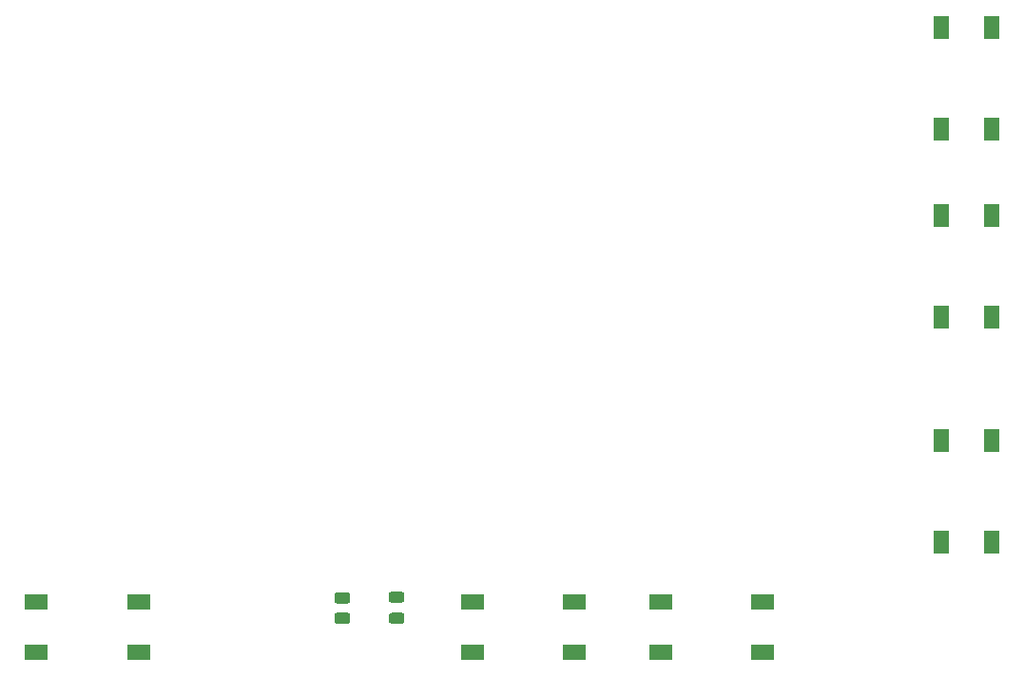
<source format=gtp>
G04 #@! TF.GenerationSoftware,KiCad,Pcbnew,6.0.2+dfsg-1*
G04 #@! TF.CreationDate,2023-06-22T08:15:56-06:00*
G04 #@! TF.ProjectId,ckt-soundplay-test,636b742d-736f-4756-9e64-706c61792d74,rev?*
G04 #@! TF.SameCoordinates,Original*
G04 #@! TF.FileFunction,Paste,Top*
G04 #@! TF.FilePolarity,Positive*
%FSLAX46Y46*%
G04 Gerber Fmt 4.6, Leading zero omitted, Abs format (unit mm)*
G04 Created by KiCad (PCBNEW 6.0.2+dfsg-1) date 2023-06-22 08:15:56*
%MOMM*%
%LPD*%
G01*
G04 APERTURE LIST*
%ADD10R,1.400000X2.100000*%
%ADD11R,2.100000X1.400000*%
G04 APERTURE END LIST*
D10*
X183769000Y-102467000D03*
X183769000Y-93367000D03*
X188269000Y-102467000D03*
X188269000Y-93367000D03*
D11*
X142008000Y-107732000D03*
X151108000Y-107732000D03*
X142008000Y-112232000D03*
X151108000Y-112232000D03*
X158772000Y-107732000D03*
X167872000Y-107732000D03*
X158772000Y-112232000D03*
X167872000Y-112232000D03*
G36*
G01*
X134799500Y-106859000D02*
X135712000Y-106859000D01*
G75*
G02*
X135955750Y-107102750I0J-243750D01*
G01*
X135955750Y-107590250D01*
G75*
G02*
X135712000Y-107834000I-243750J0D01*
G01*
X134799500Y-107834000D01*
G75*
G02*
X134555750Y-107590250I0J243750D01*
G01*
X134555750Y-107102750D01*
G75*
G02*
X134799500Y-106859000I243750J0D01*
G01*
G37*
G36*
G01*
X134799500Y-108734000D02*
X135712000Y-108734000D01*
G75*
G02*
X135955750Y-108977750I0J-243750D01*
G01*
X135955750Y-109465250D01*
G75*
G02*
X135712000Y-109709000I-243750J0D01*
G01*
X134799500Y-109709000D01*
G75*
G02*
X134555750Y-109465250I0J243750D01*
G01*
X134555750Y-108977750D01*
G75*
G02*
X134799500Y-108734000I243750J0D01*
G01*
G37*
D10*
X183769000Y-82401000D03*
X183769000Y-73301000D03*
X188269000Y-82401000D03*
X188269000Y-73301000D03*
G36*
G01*
X130879750Y-109732500D02*
X129979750Y-109732500D01*
G75*
G02*
X129729750Y-109482500I0J250000D01*
G01*
X129729750Y-108957500D01*
G75*
G02*
X129979750Y-108707500I250000J0D01*
G01*
X130879750Y-108707500D01*
G75*
G02*
X131129750Y-108957500I0J-250000D01*
G01*
X131129750Y-109482500D01*
G75*
G02*
X130879750Y-109732500I-250000J0D01*
G01*
G37*
G36*
G01*
X130879750Y-107907500D02*
X129979750Y-107907500D01*
G75*
G02*
X129729750Y-107657500I0J250000D01*
G01*
X129729750Y-107132500D01*
G75*
G02*
X129979750Y-106882500I250000J0D01*
G01*
X130879750Y-106882500D01*
G75*
G02*
X131129750Y-107132500I0J-250000D01*
G01*
X131129750Y-107657500D01*
G75*
G02*
X130879750Y-107907500I-250000J0D01*
G01*
G37*
X183769000Y-65637000D03*
X183769000Y-56537000D03*
X188269000Y-65637000D03*
X188269000Y-56537000D03*
D11*
X112268000Y-112232000D03*
X103168000Y-112232000D03*
X112268000Y-107732000D03*
X103168000Y-107732000D03*
M02*

</source>
